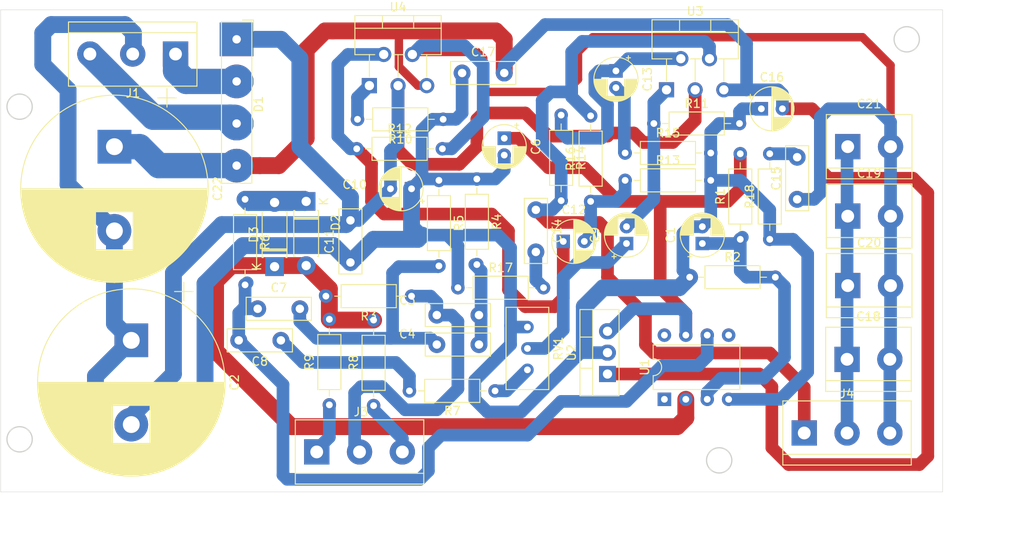
<source format=kicad_pcb>
(kicad_pcb (version 20171130) (host pcbnew "(5.1.10)-1")
  (layers (0 F.Cu signal) (31 B.Cu signal) (34 B.Paste user) (35 F.Paste user) (36 B.SilkS user) (37 F.SilkS user) (38 B.Mask user) (39 F.Mask user) (44 Edge.Cuts user))
  (net 0 "")
  (net 1 GND)
  (net 2 "Net-(C1-Pad1)")
  (net 3 "Net-(C3-Pad2)")
  (net 4 "Net-(C3-Pad1)")
  (net 5 "Net-(C4-Pad1)")
  (net 6 +12V)
  (net 7 "Net-(C7-Pad1)")
  (net 8 "Net-(C8-Pad1)")
  (net 9 "Net-(C9-Pad1)")
  (net 10 "Net-(C13-Pad2)")
  (net 11 "Net-(C13-Pad1)")
  (net 12 "Net-(C14-Pad2)")
  (net 13 "Net-(C14-Pad1)")
  (net 14 "Net-(C15-Pad2)")
  (net 15 "Net-(C15-Pad1)")
  (net 16 "Net-(D1-Pad2)")
  (net 17 "Net-(D1-Pad3)")
  (net 18 "Net-(D2-Pad2)")
  (net 19 "Net-(D2-Pad1)")
  (net 20 "Net-(R7-Pad1)")
  (net 21 "Net-(U1-Pad8)")
  (net 22 "Net-(U1-Pad5)")
  (net 23 "Net-(U1-Pad1)")
  (net 24 "Net-(C9-Pad2)")
  (net 25 "Net-(C12-Pad2)")
  (net 26 "Net-(C12-Pad1)")
  (net 27 "Net-(C18-Pad1)")
  (net 28 "Net-(J3-Pad3)")
  (net 29 "Net-(J3-Pad1)")
  (net 30 "Net-(R10-Pad2)")
  (net 31 VSS)
  (net 32 VDD)
  (module Capacitor_THT:CP_Radial_D22.0mm_P10.00mm_SnapIn (layer F.Cu) (at 88.5 78 270)
    (fp_text reference C22 (at 5 -12.25 90) (layer F.SilkS))
    (fp_text value 4000mF)
    (pad 2 thru_hole circle (at 10 0 270) (size 4 4) (drill 2) (layers *.Cu *.Mask) (net 1 GND))
    (pad 1 thru_hole rect (at 0 0 270) (size 4 4) (drill 2) (layers *.Cu *.Mask) (net 32 VDD))
  )
  (module Capacitor_THT:CP_Radial_D22.0mm_P10.00mm_SnapIn (layer F.Cu) (at 90.5 101 270)
    (fp_text reference C2 (at 5 -12.25 90) (layer F.SilkS))
    (fp_text value 4000mF)
    (pad 2 thru_hole circle (at 10 0 270) (size 4 4) (drill 2) (layers *.Cu *.Mask) (net 31 VSS))
    (pad 1 thru_hole rect (at 0 0 270) (size 4 4) (drill 2) (layers *.Cu *.Mask) (net 1 GND))
  )
  (module TerminalBlock:TerminalBlock_bornier-3_P5.08mm (layer F.Cu) (at 95.75 67 180)
    (fp_text reference J1 (at 5.05 -4.65) (layer F.SilkS))
    (fp_text value "AC INPUT")
    (pad 3 thru_hole circle (at 10.16 0 180) (size 3 3) (drill 1.52) (layers *.Cu *.Mask) (net 17 "Net-(D1-Pad3)"))
    (pad 2 thru_hole circle (at 5.08 0 180) (size 3 3) (drill 1.52) (layers *.Cu *.Mask) (net 1 GND))
    (pad 1 thru_hole rect (at 0 0 180) (size 3 3) (drill 1.52) (layers *.Cu *.Mask) (net 16 "Net-(D1-Pad2)"))
  )
  (module Package_TO_SOT_THT:TO-220-5_P3.4x3.7mm_StaggerOdd_Lead3.8mm_Vertical (layer F.Cu) (at 118.75 70.75)
    (fp_text reference U4 (at 3.4 -9.32) (layer F.SilkS))
    (fp_text value TDA2050)
    (pad 5 thru_hole oval (at 6.8 0) (size 1.8 1.8) (drill 1.1) (layers *.Cu *.Mask) (net 32 VDD))
    (pad 4 thru_hole oval (at 5.1 -3.7) (size 1.8 1.8) (drill 1.1) (layers *.Cu *.Mask) (net 15 "Net-(C15-Pad1)"))
    (pad 3 thru_hole oval (at 3.4 0) (size 1.8 1.8) (drill 1.1) (layers *.Cu *.Mask) (net 31 VSS))
    (pad 2 thru_hole oval (at 1.7 -3.7) (size 1.8 1.8) (drill 1.1) (layers *.Cu *.Mask) (net 26 "Net-(C12-Pad1)"))
    (pad 1 thru_hole rect (at 0 0) (size 1.8 1.8) (drill 1.1) (layers *.Cu *.Mask) (net 30 "Net-(R10-Pad2)"))
  )
  (module Package_TO_SOT_THT:TO-220-5_P3.4x3.7mm_StaggerOdd_Lead3.8mm_Vertical (layer F.Cu) (at 154 71.25)
    (fp_text reference U3 (at 3.4 -9.32) (layer F.SilkS))
    (fp_text value TDA2050)
    (pad 5 thru_hole oval (at 6.8 0) (size 1.8 1.8) (drill 1.1) (layers *.Cu *.Mask) (net 32 VDD))
    (pad 4 thru_hole oval (at 5.1 -3.7) (size 1.8 1.8) (drill 1.1) (layers *.Cu *.Mask) (net 13 "Net-(C14-Pad1)"))
    (pad 3 thru_hole oval (at 3.4 0) (size 1.8 1.8) (drill 1.1) (layers *.Cu *.Mask) (net 31 VSS))
    (pad 2 thru_hole oval (at 1.7 -3.7) (size 1.8 1.8) (drill 1.1) (layers *.Cu *.Mask) (net 11 "Net-(C13-Pad1)"))
    (pad 1 thru_hole rect (at 0 0) (size 1.8 1.8) (drill 1.1) (layers *.Cu *.Mask) (net 24 "Net-(C9-Pad2)"))
  )
  (module Package_TO_SOT_THT:TO-220-3_Vertical (layer F.Cu) (at 147 105 90)
    (fp_text reference U2 (at 2.54 -4.27 90) (layer F.SilkS))
    (fp_text value L7812)
    (pad 3 thru_hole oval (at 5.08 0 90) (size 1.905 2) (drill 1.1) (layers *.Cu *.Mask) (net 6 +12V))
    (pad 2 thru_hole oval (at 2.54 0 90) (size 1.905 2) (drill 1.1) (layers *.Cu *.Mask) (net 1 GND))
    (pad 1 thru_hole rect (at 0 0 90) (size 1.905 2) (drill 1.1) (layers *.Cu *.Mask) (net 32 VDD))
  )
  (module Package_DIP:DIP-8_W7.62mm (layer F.Cu) (at 153.75 108 90)
    (fp_text reference U1 (at 3.81 -2.33 90) (layer F.SilkS))
    (fp_text value OP07)
    (pad 8 thru_hole oval (at 7.62 0 90) (size 1.6 1.6) (drill 0.8) (layers *.Cu *.Mask) (net 21 "Net-(U1-Pad8)"))
    (pad 4 thru_hole oval (at 0 7.62 90) (size 1.6 1.6) (drill 0.8) (layers *.Cu *.Mask) (net 1 GND))
    (pad 7 thru_hole oval (at 7.62 2.54 90) (size 1.6 1.6) (drill 0.8) (layers *.Cu *.Mask) (net 6 +12V))
    (pad 3 thru_hole oval (at 0 5.08 90) (size 1.6 1.6) (drill 0.8) (layers *.Cu *.Mask) (net 2 "Net-(C1-Pad1)"))
    (pad 6 thru_hole oval (at 7.62 5.08 90) (size 1.6 1.6) (drill 0.8) (layers *.Cu *.Mask) (net 7 "Net-(C7-Pad1)"))
    (pad 2 thru_hole oval (at 0 2.54 90) (size 1.6 1.6) (drill 0.8) (layers *.Cu *.Mask) (net 18 "Net-(D2-Pad2)"))
    (pad 5 thru_hole oval (at 7.62 7.62 90) (size 1.6 1.6) (drill 0.8) (layers *.Cu *.Mask) (net 22 "Net-(U1-Pad5)"))
    (pad 1 thru_hole rect (at 0 0 90) (size 1.6 1.6) (drill 0.8) (layers *.Cu *.Mask) (net 23 "Net-(U1-Pad1)"))
  )
  (module Potentiometer_THT:Potentiometer_Bourns_3296W_Vertical (layer F.Cu) (at 137.5 104.5 270)
    (fp_text reference RV1 (at -2.54 -3.66 90) (layer F.SilkS))
    (fp_text value 470)
    (pad 3 thru_hole circle (at -5.08 0 270) (size 1.44 1.44) (drill 0.8) (layers *.Cu *.Mask) (net 1 GND))
    (pad 2 thru_hole circle (at -2.54 0 270) (size 1.44 1.44) (drill 0.8) (layers *.Cu *.Mask) (net 9 "Net-(C9-Pad1)"))
    (pad 1 thru_hole circle (at 0 0 270) (size 1.44 1.44) (drill 0.8) (layers *.Cu *.Mask) (net 20 "Net-(R7-Pad1)"))
  )
  (module Resistor_THT:R_Axial_DIN0207_L6.3mm_D2.5mm_P10.16mm_Horizontal (layer F.Cu) (at 166.25 89 90)
    (fp_text reference R18 (at 5.08 -2.37 90) (layer F.SilkS))
    (fp_text value 2.2)
    (pad 2 thru_hole oval (at 10.16 0 90) (size 1.6 1.6) (drill 0.8) (layers *.Cu *.Mask) (net 14 "Net-(C15-Pad2)"))
    (pad 1 thru_hole circle (at 0 0 90) (size 1.6 1.6) (drill 0.8) (layers *.Cu *.Mask) (net 1 GND))
  )
  (module Resistor_THT:R_Axial_DIN0207_L6.3mm_D2.5mm_P10.16mm_Horizontal (layer F.Cu) (at 129.25 94.75)
    (fp_text reference R17 (at 5.08 -2.37) (layer F.SilkS))
    (fp_text value 2.2)
    (pad 2 thru_hole oval (at 10.16 0) (size 1.6 1.6) (drill 0.8) (layers *.Cu *.Mask) (net 12 "Net-(C14-Pad2)"))
    (pad 1 thru_hole circle (at 0 0) (size 1.6 1.6) (drill 0.8) (layers *.Cu *.Mask) (net 1 GND))
  )
  (module Resistor_THT:R_Axial_DIN0207_L6.3mm_D2.5mm_P10.16mm_Horizontal (layer F.Cu) (at 145 84.5 90)
    (fp_text reference R16 (at 5.08 -2.37 90) (layer F.SilkS))
    (fp_text value 22K)
    (pad 2 thru_hole oval (at 10.16 0 90) (size 1.6 1.6) (drill 0.8) (layers *.Cu *.Mask) (net 13 "Net-(C14-Pad1)"))
    (pad 1 thru_hole circle (at 0 0 90) (size 1.6 1.6) (drill 0.8) (layers *.Cu *.Mask) (net 25 "Net-(C12-Pad2)"))
  )
  (module Resistor_THT:R_Axial_DIN0207_L6.3mm_D2.5mm_P10.16mm_Horizontal (layer F.Cu) (at 149.09 78.75)
    (fp_text reference R15 (at 5.08 -2.37) (layer F.SilkS))
    (fp_text value 680)
    (pad 2 thru_hole oval (at 10.16 0) (size 1.6 1.6) (drill 0.8) (layers *.Cu *.Mask) (net 1 GND))
    (pad 1 thru_hole circle (at 0 0) (size 1.6 1.6) (drill 0.8) (layers *.Cu *.Mask) (net 10 "Net-(C13-Pad2)"))
  )
  (module Resistor_THT:R_Axial_DIN0207_L6.3mm_D2.5mm_P10.16mm_Horizontal (layer F.Cu) (at 141.5 74.25 270)
    (fp_text reference R14 (at 5.08 -2.37 90) (layer F.SilkS))
    (fp_text value 22K)
    (pad 2 thru_hole oval (at 10.16 0 270) (size 1.6 1.6) (drill 0.8) (layers *.Cu *.Mask) (net 13 "Net-(C14-Pad1)"))
    (pad 1 thru_hole circle (at 0 0 270) (size 1.6 1.6) (drill 0.8) (layers *.Cu *.Mask) (net 11 "Net-(C13-Pad1)"))
  )
  (module Resistor_THT:R_Axial_DIN0207_L6.3mm_D2.5mm_P10.16mm_Horizontal (layer F.Cu) (at 149.09 82)
    (fp_text reference R13 (at 5.08 -2.37) (layer F.SilkS))
    (fp_text value 680)
    (pad 2 thru_hole oval (at 10.16 0) (size 1.6 1.6) (drill 0.8) (layers *.Cu *.Mask) (net 1 GND))
    (pad 1 thru_hole circle (at 0 0) (size 1.6 1.6) (drill 0.8) (layers *.Cu *.Mask) (net 25 "Net-(C12-Pad2)"))
  )
  (module Resistor_THT:R_Axial_DIN0207_L6.3mm_D2.5mm_P10.16mm_Horizontal (layer F.Cu) (at 117.25 78.25)
    (fp_text reference R12 (at 5.08 -2.37) (layer F.SilkS))
    (fp_text value 22K)
    (pad 2 thru_hole oval (at 10.16 0) (size 1.6 1.6) (drill 0.8) (layers *.Cu *.Mask) (net 15 "Net-(C15-Pad1)"))
    (pad 1 thru_hole circle (at 0 0) (size 1.6 1.6) (drill 0.8) (layers *.Cu *.Mask) (net 26 "Net-(C12-Pad1)"))
  )
  (module Resistor_THT:R_Axial_DIN0207_L6.3mm_D2.5mm_P10.16mm_Horizontal (layer F.Cu) (at 152.5 75.25)
    (fp_text reference R11 (at 5.08 -2.37) (layer F.SilkS))
    (fp_text value 22K)
    (pad 2 thru_hole oval (at 10.16 0) (size 1.6 1.6) (drill 0.8) (layers *.Cu *.Mask) (net 1 GND))
    (pad 1 thru_hole circle (at 0 0) (size 1.6 1.6) (drill 0.8) (layers *.Cu *.Mask) (net 24 "Net-(C9-Pad2)"))
  )
  (module Resistor_THT:R_Axial_DIN0207_L6.3mm_D2.5mm_P10.16mm_Horizontal (layer F.Cu) (at 127.5 74.75 180)
    (fp_text reference R10 (at 5.08 -2.37) (layer F.SilkS))
    (fp_text value 22K)
    (pad 2 thru_hole oval (at 10.16 0 180) (size 1.6 1.6) (drill 0.8) (layers *.Cu *.Mask) (net 30 "Net-(R10-Pad2)"))
    (pad 1 thru_hole circle (at 0 0 180) (size 1.6 1.6) (drill 0.8) (layers *.Cu *.Mask) (net 1 GND))
  )
  (module Resistor_THT:R_Axial_DIN0207_L6.3mm_D2.5mm_P10.16mm_Horizontal (layer F.Cu) (at 114 108.66 90)
    (fp_text reference R9 (at 5.08 -2.37 90) (layer F.SilkS))
    (fp_text value 15K)
    (pad 2 thru_hole oval (at 10.16 0 90) (size 1.6 1.6) (drill 0.8) (layers *.Cu *.Mask) (net 18 "Net-(D2-Pad2)"))
    (pad 1 thru_hole circle (at 0 0 90) (size 1.6 1.6) (drill 0.8) (layers *.Cu *.Mask) (net 29 "Net-(J3-Pad1)"))
  )
  (module Resistor_THT:R_Axial_DIN0207_L6.3mm_D2.5mm_P10.16mm_Horizontal (layer F.Cu) (at 119.25 108.75 90)
    (fp_text reference R8 (at 5.08 -2.37 90) (layer F.SilkS))
    (fp_text value 15K)
    (pad 2 thru_hole oval (at 10.16 0 90) (size 1.6 1.6) (drill 0.8) (layers *.Cu *.Mask) (net 18 "Net-(D2-Pad2)"))
    (pad 1 thru_hole circle (at 0 0 90) (size 1.6 1.6) (drill 0.8) (layers *.Cu *.Mask) (net 28 "Net-(J3-Pad3)"))
  )
  (module Resistor_THT:R_Axial_DIN0207_L6.3mm_D2.5mm_P10.16mm_Horizontal (layer F.Cu) (at 133.66 107 180)
    (fp_text reference R7 (at 5.08 -2.37) (layer F.SilkS))
    (fp_text value 15K)
    (pad 2 thru_hole oval (at 10.16 0 180) (size 1.6 1.6) (drill 0.8) (layers *.Cu *.Mask) (net 8 "Net-(C8-Pad1)"))
    (pad 1 thru_hole circle (at 0 0 180) (size 1.6 1.6) (drill 0.8) (layers *.Cu *.Mask) (net 20 "Net-(R7-Pad1)"))
  )
  (module Resistor_THT:R_Axial_DIN0207_L6.3mm_D2.5mm_P10.16mm_Horizontal (layer F.Cu) (at 104 84.25 270)
    (fp_text reference R6 (at 5.08 -2.37 90) (layer F.SilkS))
    (fp_text value 330K)
    (pad 2 thru_hole oval (at 10.16 0 270) (size 1.6 1.6) (drill 0.8) (layers *.Cu *.Mask) (net 7 "Net-(C7-Pad1)"))
    (pad 1 thru_hole circle (at 0 0 270) (size 1.6 1.6) (drill 0.8) (layers *.Cu *.Mask) (net 19 "Net-(D2-Pad1)"))
  )
  (module Resistor_THT:R_Axial_DIN0207_L6.3mm_D2.5mm_P10.16mm_Horizontal (layer F.Cu) (at 127 82 270)
    (fp_text reference R5 (at 5.08 -2.37 90) (layer F.SilkS))
    (fp_text value 15K)
    (pad 2 thru_hole oval (at 10.16 0 270) (size 1.6 1.6) (drill 0.8) (layers *.Cu *.Mask) (net 5 "Net-(C4-Pad1)"))
    (pad 1 thru_hole circle (at 0 0 270) (size 1.6 1.6) (drill 0.8) (layers *.Cu *.Mask) (net 1 GND))
  )
  (module Resistor_THT:R_Axial_DIN0207_L6.3mm_D2.5mm_P10.16mm_Horizontal (layer F.Cu) (at 131.5 81.84 270)
    (fp_text reference R4 (at 5.08 -2.37 90) (layer F.SilkS))
    (fp_text value 15K)
    (pad 2 thru_hole oval (at 10.16 0 270) (size 1.6 1.6) (drill 0.8) (layers *.Cu *.Mask) (net 4 "Net-(C3-Pad1)"))
    (pad 1 thru_hole circle (at 0 0 270) (size 1.6 1.6) (drill 0.8) (layers *.Cu *.Mask) (net 1 GND))
  )
  (module Resistor_THT:R_Axial_DIN0207_L6.3mm_D2.5mm_P10.16mm_Horizontal (layer F.Cu) (at 123.75 95.75 180)
    (fp_text reference R3 (at 5.08 -2.37) (layer F.SilkS))
    (fp_text value 15K)
    (pad 2 thru_hole oval (at 10.16 0 180) (size 1.6 1.6) (drill 0.8) (layers *.Cu *.Mask) (net 18 "Net-(D2-Pad2)"))
    (pad 1 thru_hole circle (at 0 0 180) (size 1.6 1.6) (drill 0.8) (layers *.Cu *.Mask) (net 3 "Net-(C3-Pad2)"))
  )
  (module Resistor_THT:R_Axial_DIN0207_L6.3mm_D2.5mm_P10.16mm_Horizontal (layer F.Cu) (at 156.75 93.5)
    (fp_text reference R2 (at 5.08 -2.37) (layer F.SilkS))
    (fp_text value 15K)
    (pad 2 thru_hole oval (at 10.16 0) (size 1.6 1.6) (drill 0.8) (layers *.Cu *.Mask) (net 2 "Net-(C1-Pad1)"))
    (pad 1 thru_hole circle (at 0 0) (size 1.6 1.6) (drill 0.8) (layers *.Cu *.Mask) (net 1 GND))
  )
  (module Resistor_THT:R_Axial_DIN0207_L6.3mm_D2.5mm_P10.16mm_Horizontal (layer F.Cu) (at 162.75 89 90)
    (fp_text reference R1 (at 5.08 -2.37 90) (layer F.SilkS))
    (fp_text value 15K)
    (pad 2 thru_hole oval (at 10.16 0 90) (size 1.6 1.6) (drill 0.8) (layers *.Cu *.Mask) (net 6 +12V))
    (pad 1 thru_hole circle (at 0 0 90) (size 1.6 1.6) (drill 0.8) (layers *.Cu *.Mask) (net 2 "Net-(C1-Pad1)"))
  )
  (module TerminalBlock:TerminalBlock_bornier-3_P5.08mm (layer F.Cu) (at 170.34 112)
    (fp_text reference J4 (at 5.05 -4.65) (layer F.SilkS))
    (fp_text value OUTPUT)
    (pad 3 thru_hole circle (at 10.16 0) (size 3 3) (drill 1.52) (layers *.Cu *.Mask) (net 15 "Net-(C15-Pad1)"))
    (pad 2 thru_hole circle (at 5.08 0) (size 3 3) (drill 1.52) (layers *.Cu *.Mask) (net 27 "Net-(C18-Pad1)"))
    (pad 1 thru_hole rect (at 0 0) (size 3 3) (drill 1.52) (layers *.Cu *.Mask) (net 13 "Net-(C14-Pad1)"))
  )
  (module TerminalBlock:TerminalBlock_bornier-3_P5.08mm (layer F.Cu) (at 112.5 114.25)
    (fp_text reference J3 (at 5.25 -4.75) (layer F.SilkS))
    (fp_text value "FREQ SWITCH")
    (pad 3 thru_hole circle (at 10.16 0) (size 3 3) (drill 1.52) (layers *.Cu *.Mask) (net 28 "Net-(J3-Pad3)"))
    (pad 2 thru_hole circle (at 5.08 0) (size 3 3) (drill 1.52) (layers *.Cu *.Mask) (net 3 "Net-(C3-Pad2)"))
    (pad 1 thru_hole rect (at 0 0) (size 3 3) (drill 1.52) (layers *.Cu *.Mask) (net 29 "Net-(J3-Pad1)"))
  )
  (module Diode_THT:D_DO-41_SOD81_P7.62mm_Horizontal (layer F.Cu) (at 107.5 92.25 90)
    (fp_text reference D3 (at 3.81 -2.47 90) (layer F.SilkS))
    (fp_text value 1N4007)
    (fp_text user K (at 0 -2.1 90) (layer F.SilkS))
    (pad 2 thru_hole oval (at 7.62 0 90) (size 2.2 2.2) (drill 1.1) (layers *.Cu *.Mask) (net 19 "Net-(D2-Pad1)"))
    (pad 1 thru_hole rect (at 0 0 90) (size 2.2 2.2) (drill 1.1) (layers *.Cu *.Mask) (net 18 "Net-(D2-Pad2)"))
  )
  (module Diode_THT:D_DO-41_SOD81_P7.62mm_Horizontal (layer F.Cu) (at 111.25 84.5 270)
    (fp_text reference D2 (at 2.5 -3.5 90) (layer F.SilkS))
    (fp_text value 1N4007)
    (fp_text user K (at 0 -2.1 90) (layer F.SilkS))
    (pad 2 thru_hole oval (at 7.62 0 270) (size 2.2 2.2) (drill 1.1) (layers *.Cu *.Mask) (net 18 "Net-(D2-Pad2)"))
    (pad 1 thru_hole rect (at 0 0 270) (size 2.2 2.2) (drill 1.1) (layers *.Cu *.Mask) (net 19 "Net-(D2-Pad1)"))
  )
  (module Diode_THT:Diode_Bridge_19.0x3.5x10.0mm_P5.0mm (layer F.Cu) (at 103 65.25 270)
    (fp_text reference D1 (at 7.7 -2.6 270) (layer F.SilkS))
    (fp_text value D_Bridge_-AA+)
    (pad 1 thru_hole rect (at 0 0 270) (size 4 4) (drill 1) (layers *.Cu *.Mask) (net 31 VSS))
    (pad 2 thru_hole circle (at 5 0 270) (size 4 4) (drill 1) (layers *.Cu *.Mask) (net 16 "Net-(D1-Pad2)"))
    (pad 3 thru_hole circle (at 10 0 270) (size 4 4) (drill 1) (layers *.Cu *.Mask) (net 17 "Net-(D1-Pad3)"))
    (pad 4 thru_hole circle (at 15 0 270) (size 4 4) (drill 1) (layers *.Cu *.Mask) (net 32 VDD))
  )
  (module TerminalBlock:TerminalBlock_bornier-2_P5.08mm (layer F.Cu) (at 175.5 78)
    (fp_text reference C21 (at 2.54 -5.08) (layer F.SilkS))
    (fp_text value 4)
    (pad 2 thru_hole circle (at 5.08 0) (size 3 3) (drill 1.52) (layers *.Cu *.Mask) (net 15 "Net-(C15-Pad1)"))
    (pad 1 thru_hole rect (at 0 0) (size 3 3) (drill 1.52) (layers *.Cu *.Mask) (net 27 "Net-(C18-Pad1)"))
  )
  (module TerminalBlock:TerminalBlock_bornier-2_P5.08mm (layer F.Cu) (at 175.5 94.5)
    (fp_text reference C20 (at 2.54 -5.08) (layer F.SilkS))
    (fp_text value 3)
    (pad 2 thru_hole circle (at 5.08 0) (size 3 3) (drill 1.52) (layers *.Cu *.Mask) (net 15 "Net-(C15-Pad1)"))
    (pad 1 thru_hole rect (at 0 0) (size 3 3) (drill 1.52) (layers *.Cu *.Mask) (net 27 "Net-(C18-Pad1)"))
  )
  (module TerminalBlock:TerminalBlock_bornier-2_P5.08mm (layer F.Cu) (at 175.5 86.25)
    (fp_text reference C19 (at 2.54 -5.08) (layer F.SilkS))
    (fp_text value 2)
    (pad 2 thru_hole circle (at 5.08 0) (size 3 3) (drill 1.52) (layers *.Cu *.Mask) (net 15 "Net-(C15-Pad1)"))
    (pad 1 thru_hole rect (at 0 0) (size 3 3) (drill 1.52) (layers *.Cu *.Mask) (net 27 "Net-(C18-Pad1)"))
  )
  (module TerminalBlock:TerminalBlock_bornier-2_P5.08mm (layer F.Cu) (at 175.42 103.25)
    (fp_text reference C18 (at 2.54 -5.08) (layer F.SilkS))
    (fp_text value 1)
    (pad 2 thru_hole circle (at 5.08 0) (size 3 3) (drill 1.52) (layers *.Cu *.Mask) (net 15 "Net-(C15-Pad1)"))
    (pad 1 thru_hole rect (at 0 0) (size 3 3) (drill 1.52) (layers *.Cu *.Mask) (net 27 "Net-(C18-Pad1)"))
  )
  (module Capacitor_THT:C_Disc_D7.5mm_W2.5mm_P5.00mm (layer F.Cu) (at 129.75 69.25)
    (fp_text reference C17 (at 2.5 -2.5) (layer F.SilkS))
    (fp_text value "0.1 mF")
    (pad 2 thru_hole circle (at 5 0) (size 2 2) (drill 1) (layers *.Cu *.Mask) (net 32 VDD))
    (pad 1 thru_hole circle (at 0 0) (size 2 2) (drill 1) (layers *.Cu *.Mask) (net 1 GND))
  )
  (module Capacitor_THT:CP_Radial_D5.0mm_P2.50mm (layer F.Cu) (at 165.25 73.5)
    (fp_text reference C16 (at 1.25 -3.75) (layer F.SilkS))
    (fp_text value "100 mF")
    (pad 2 thru_hole circle (at 2.5 0) (size 1.6 1.6) (drill 0.8) (layers *.Cu *.Mask) (net 32 VDD))
    (pad 1 thru_hole rect (at 0 0) (size 1.6 1.6) (drill 0.8) (layers *.Cu *.Mask) (net 1 GND))
  )
  (module Capacitor_THT:C_Disc_D7.5mm_W2.5mm_P5.00mm (layer F.Cu) (at 169.5 84.25 90)
    (fp_text reference C15 (at 2.5 -2.5 90) (layer F.SilkS))
    (fp_text value "0.47 mF")
    (pad 2 thru_hole circle (at 5 0 90) (size 2 2) (drill 1) (layers *.Cu *.Mask) (net 14 "Net-(C15-Pad2)"))
    (pad 1 thru_hole circle (at 0 0 90) (size 2 2) (drill 1) (layers *.Cu *.Mask) (net 15 "Net-(C15-Pad1)"))
  )
  (module Capacitor_THT:C_Disc_D7.5mm_W2.5mm_P5.00mm (layer F.Cu) (at 138.5 85.5 270)
    (fp_text reference C14 (at 2.5 -2.5 90) (layer F.SilkS))
    (fp_text value "0.47 mF")
    (pad 2 thru_hole circle (at 5 0 270) (size 2 2) (drill 1) (layers *.Cu *.Mask) (net 12 "Net-(C14-Pad2)"))
    (pad 1 thru_hole circle (at 0 0 270) (size 2 2) (drill 1) (layers *.Cu *.Mask) (net 13 "Net-(C14-Pad1)"))
  )
  (module Capacitor_THT:CP_Radial_D5.0mm_P2.00mm (layer F.Cu) (at 148 69 270)
    (fp_text reference C13 (at 1 -3.75 90) (layer F.SilkS))
    (fp_text value "22 mF")
    (pad 2 thru_hole circle (at 2 0 270) (size 1.6 1.6) (drill 0.8) (layers *.Cu *.Mask) (net 10 "Net-(C13-Pad2)"))
    (pad 1 thru_hole rect (at 0 0 270) (size 1.6 1.6) (drill 0.8) (layers *.Cu *.Mask) (net 11 "Net-(C13-Pad1)"))
  )
  (module Capacitor_THT:CP_Radial_D5.0mm_P2.50mm (layer F.Cu) (at 141.75 89.25)
    (fp_text reference C12 (at 1.25 -3.75) (layer F.SilkS))
    (fp_text value "22 mF")
    (pad 2 thru_hole circle (at 2.5 0) (size 1.6 1.6) (drill 0.8) (layers *.Cu *.Mask) (net 25 "Net-(C12-Pad2)"))
    (pad 1 thru_hole rect (at 0 0) (size 1.6 1.6) (drill 0.8) (layers *.Cu *.Mask) (net 26 "Net-(C12-Pad1)"))
  )
  (module Capacitor_THT:C_Disc_D7.5mm_W2.5mm_P5.00mm (layer F.Cu) (at 116.5 91.75 90)
    (fp_text reference C11 (at 2.5 -2.5 90) (layer F.SilkS))
    (fp_text value "0.1 mF")
    (pad 2 thru_hole circle (at 5 0 90) (size 2 2) (drill 1) (layers *.Cu *.Mask) (net 31 VSS))
    (pad 1 thru_hole circle (at 0 0 90) (size 2 2) (drill 1) (layers *.Cu *.Mask) (net 1 GND))
  )
  (module Capacitor_THT:CP_Radial_D5.0mm_P2.50mm (layer F.Cu) (at 123.75 83 180)
    (fp_text reference C10 (at 6.75 0.5) (layer F.SilkS))
    (fp_text value "100 mF")
    (pad 2 thru_hole circle (at 2.5 0 180) (size 1.6 1.6) (drill 0.8) (layers *.Cu *.Mask) (net 31 VSS))
    (pad 1 thru_hole rect (at 0 0 180) (size 1.6 1.6) (drill 0.8) (layers *.Cu *.Mask) (net 1 GND))
  )
  (module Capacitor_THT:CP_Radial_D5.0mm_P2.00mm (layer F.Cu) (at 149.25 89.5 90)
    (fp_text reference C9 (at 1 -3.75 90) (layer F.SilkS))
    (fp_text value "2.2 mF")
    (pad 2 thru_hole circle (at 2 0 90) (size 1.6 1.6) (drill 0.8) (layers *.Cu *.Mask) (net 24 "Net-(C9-Pad2)"))
    (pad 1 thru_hole rect (at 0 0 90) (size 1.6 1.6) (drill 0.8) (layers *.Cu *.Mask) (net 9 "Net-(C9-Pad1)"))
  )
  (module Capacitor_THT:C_Disc_D7.5mm_W2.5mm_P5.00mm (layer F.Cu) (at 108.25 101 180)
    (fp_text reference C8 (at 2.5 -2.5) (layer F.SilkS))
    (fp_text value "220 nF")
    (pad 2 thru_hole circle (at 5 0 180) (size 2 2) (drill 1) (layers *.Cu *.Mask) (net 7 "Net-(C7-Pad1)"))
    (pad 1 thru_hole circle (at 0 0 180) (size 2 2) (drill 1) (layers *.Cu *.Mask) (net 8 "Net-(C8-Pad1)"))
  )
  (module Capacitor_THT:C_Disc_D7.5mm_W2.5mm_P5.00mm (layer F.Cu) (at 105.5 97.25)
    (fp_text reference C7 (at 2.5 -2.5) (layer F.SilkS))
    (fp_text value "0.1 mF")
    (pad 2 thru_hole circle (at 5 0) (size 2 2) (drill 1) (layers *.Cu *.Mask) (net 5 "Net-(C4-Pad1)"))
    (pad 1 thru_hole circle (at 0 0) (size 2 2) (drill 1) (layers *.Cu *.Mask) (net 7 "Net-(C7-Pad1)"))
  )
  (module Capacitor_THT:CP_Radial_D5.0mm_P2.00mm (layer F.Cu) (at 134.75 77 270)
    (fp_text reference C6 (at 1 -3.75 90) (layer F.SilkS))
    (fp_text value 10mF)
    (pad 2 thru_hole circle (at 2 0 270) (size 1.6 1.6) (drill 0.8) (layers *.Cu *.Mask) (net 1 GND))
    (pad 1 thru_hole rect (at 0 0 270) (size 1.6 1.6) (drill 0.8) (layers *.Cu *.Mask) (net 6 +12V))
  )
  (module Capacitor_THT:C_Disc_D7.5mm_W2.5mm_P5.00mm (layer F.Cu) (at 126.75 101.5)
    (fp_text reference C4 (at -3.5 -1.25) (layer F.SilkS))
    (fp_text value "0.1 mF")
    (pad 2 thru_hole circle (at 5 0) (size 2 2) (drill 1) (layers *.Cu *.Mask) (net 4 "Net-(C3-Pad1)"))
    (pad 1 thru_hole circle (at 0 0) (size 2 2) (drill 1) (layers *.Cu *.Mask) (net 5 "Net-(C4-Pad1)"))
  )
  (module Capacitor_THT:C_Disc_D7.5mm_W2.5mm_P5.00mm (layer F.Cu) (at 131.75 98 180)
    (fp_text reference C3 (at 8.5 1.75) (layer F.SilkS))
    (fp_text value "0.1 mF")
    (pad 2 thru_hole circle (at 5 0 180) (size 2 2) (drill 1) (layers *.Cu *.Mask) (net 3 "Net-(C3-Pad2)"))
    (pad 1 thru_hole circle (at 0 0 180) (size 2 2) (drill 1) (layers *.Cu *.Mask) (net 4 "Net-(C3-Pad1)"))
  )
  (module Capacitor_THT:CP_Radial_D5.0mm_P2.00mm (layer F.Cu) (at 158.25 89.5 90)
    (fp_text reference C1 (at 1 -3.75 90) (layer F.SilkS))
    (fp_text value 10mF)
    (pad 2 thru_hole circle (at 2 0 90) (size 1.6 1.6) (drill 0.8) (layers *.Cu *.Mask) (net 1 GND))
    (pad 1 thru_hole rect (at 0 0 90) (size 1.6 1.6) (drill 0.8) (layers *.Cu *.Mask) (net 2 "Net-(C1-Pad1)"))
  )
  (gr_line (start 75 119) (end 186.75 119) (layer Edge.Cuts) (width 0.05))
  (gr_line (start 75 61.75) (end 75 119) (layer Edge.Cuts) (width 0.05))
  (gr_line (start 186.75 61.75) (end 75 61.75) (layer Edge.Cuts) (width 0.05))
  (gr_line (start 186.75 119) (end 186.75 61.75) (layer Edge.Cuts) (width 0.05))
  (gr_circle (center 182.5 65.25) (end 181 65.25) (layer Edge.Cuts) (width 0.15))
  (gr_circle (center 160.25 115.25) (end 158.75 115.25) (layer Edge.Cuts) (width 0.15))
  (gr_circle (center 77.25 112.75) (end 75.75 112.75) (layer Edge.Cuts) (width 0.15))
  (gr_circle (center 77.25 73.25) (end 75.75 73.25) (layer Edge.Cuts) (width 0.15))
  (segment (start 159.25 78.75) (end 159.25 82) (width 1.5) (layer B.Cu) (net 1))
  (segment (start 159.25 78.75) (end 159.25 76.25) (width 1.5) (layer B.Cu) (net 1))
  (segment (start 160.25 75.25) (end 162.66 75.25) (width 1.5) (layer B.Cu) (net 1))
  (segment (start 159.25 76.25) (end 160.25 75.25) (width 1.5) (layer B.Cu) (net 1))
  (segment (start 125 81.75) (end 123.75 83) (width 1.5) (layer B.Cu) (net 1))
  (segment (start 125 76) (end 125 81.75) (width 1.5) (layer B.Cu) (net 1))
  (segment (start 126.25 74.75) (end 125 76) (width 1.5) (layer B.Cu) (net 1))
  (segment (start 127.5 74.75) (end 126.25 74.75) (width 1.5) (layer B.Cu) (net 1))
  (segment (start 159.25 82) (end 162.75 82) (width 1.5) (layer B.Cu) (net 1))
  (segment (start 166.25 85.5) (end 166.25 89) (width 1.5) (layer B.Cu) (net 1))
  (segment (start 162.75 82) (end 166.25 85.5) (width 1.5) (layer B.Cu) (net 1))
  (segment (start 162.66 75.25) (end 162.66 73.84) (width 1.5) (layer B.Cu) (net 1))
  (segment (start 163 73.5) (end 165.25 73.5) (width 1.5) (layer B.Cu) (net 1))
  (segment (start 162.66 73.84) (end 163 73.5) (width 1.5) (layer B.Cu) (net 1))
  (segment (start 159.25 86.5) (end 158.25 87.5) (width 1.5) (layer B.Cu) (net 1))
  (segment (start 159.25 82) (end 159.25 86.5) (width 1.5) (layer B.Cu) (net 1))
  (segment (start 158.25 87.5) (end 156.75 87.5) (width 1.5) (layer B.Cu) (net 1))
  (segment (start 155.950001 92.700001) (end 156.75 93.5) (width 1.5) (layer B.Cu) (net 1))
  (segment (start 155.950001 88.299999) (end 155.950001 92.700001) (width 1.5) (layer B.Cu) (net 1))
  (segment (start 156.75 87.5) (end 155.950001 88.299999) (width 1.5) (layer B.Cu) (net 1))
  (segment (start 129.25 89.75) (end 129.25 94.75) (width 1.5) (layer B.Cu) (net 1))
  (segment (start 128 88.5) (end 129.25 89.75) (width 1.5) (layer B.Cu) (net 1))
  (segment (start 125.09 81.84) (end 125 81.75) (width 1.5) (layer B.Cu) (net 1))
  (segment (start 131.25 81.84) (end 125.09 81.84) (width 1.5) (layer B.Cu) (net 1))
  (segment (start 131.5 81.84) (end 133.66 81.84) (width 1.5) (layer B.Cu) (net 1))
  (segment (start 134.75 80.75) (end 134.75 79) (width 1.5) (layer B.Cu) (net 1))
  (segment (start 133.66 81.84) (end 134.75 80.75) (width 1.5) (layer B.Cu) (net 1))
  (segment (start 135.67 99.42) (end 137.5 99.42) (width 1.5) (layer B.Cu) (net 1))
  (segment (start 135.5 99.25) (end 135.67 99.42) (width 1.5) (layer B.Cu) (net 1))
  (segment (start 169 89) (end 166.25 89) (width 1.5) (layer B.Cu) (net 1))
  (segment (start 170.75 104.75) (end 170.75 90.75) (width 1.5) (layer B.Cu) (net 1))
  (segment (start 167.5 108) (end 170.75 104.75) (width 1.5) (layer B.Cu) (net 1))
  (segment (start 170.75 90.75) (end 169 89) (width 1.5) (layer B.Cu) (net 1))
  (segment (start 161.37 108) (end 167.5 108) (width 1.5) (layer B.Cu) (net 1))
  (segment (start 125 88.5) (end 128 88.5) (width 1.5) (layer B.Cu) (net 1))
  (segment (start 123.75 87.25) (end 125 88.5) (width 1.5) (layer B.Cu) (net 1))
  (segment (start 123.75 83) (end 123.75 87.25) (width 1.5) (layer B.Cu) (net 1))
  (segment (start 116.5 91.75) (end 119.25 89) (width 2) (layer B.Cu) (net 1))
  (segment (start 124.5 89) (end 125 88.5) (width 2) (layer B.Cu) (net 1))
  (segment (start 119.25 89) (end 124.5 89) (width 2) (layer B.Cu) (net 1))
  (segment (start 123.75 88.25) (end 124.5 89) (width 2) (layer B.Cu) (net 1))
  (segment (start 123.75 83) (end 123.75 88.25) (width 2) (layer B.Cu) (net 1))
  (segment (start 134 88.5) (end 128 88.5) (width 1.5) (layer B.Cu) (net 1))
  (segment (start 135.5 90) (end 134 88.5) (width 1.5) (layer B.Cu) (net 1))
  (segment (start 135.5 101.5) (end 135.5 90) (width 1.5) (layer B.Cu) (net 1))
  (segment (start 131.25 105.75) (end 135.5 101.5) (width 1.5) (layer B.Cu) (net 1))
  (segment (start 136.75 109.5) (end 132.75 109.5) (width 1.5) (layer B.Cu) (net 1))
  (segment (start 131.25 108) (end 131.25 105.75) (width 1.5) (layer B.Cu) (net 1))
  (segment (start 143.79 102.46) (end 136.75 109.5) (width 1.5) (layer B.Cu) (net 1))
  (segment (start 132.75 109.5) (end 131.25 108) (width 1.5) (layer B.Cu) (net 1))
  (segment (start 147 102.46) (end 143.79 102.46) (width 1.5) (layer B.Cu) (net 1))
  (segment (start 90.75 66.92) (end 90.67 67) (width 2) (layer B.Cu) (net 1))
  (segment (start 90.75 64.5) (end 90.75 66.92) (width 2) (layer B.Cu) (net 1))
  (segment (start 89.75 63.5) (end 90.75 64.5) (width 2) (layer B.Cu) (net 1))
  (segment (start 80 64.5) (end 81 63.5) (width 2) (layer B.Cu) (net 1))
  (segment (start 81 63.5) (end 89.75 63.5) (width 2) (layer B.Cu) (net 1))
  (segment (start 83 71.25) (end 80 68.25) (width 2) (layer B.Cu) (net 1))
  (segment (start 83 82.5) (end 83 71.25) (width 2) (layer B.Cu) (net 1))
  (segment (start 80 68.25) (end 80 64.5) (width 2) (layer B.Cu) (net 1))
  (segment (start 88.5 88) (end 83 82.5) (width 2) (layer B.Cu) (net 1))
  (segment (start 88.5 99) (end 88.5 88) (width 2) (layer B.Cu) (net 1))
  (segment (start 90.5 101) (end 88.5 99) (width 2) (layer B.Cu) (net 1))
  (segment (start 155.5 94.75) (end 156.75 93.5) (width 2) (layer B.Cu) (net 1))
  (segment (start 146.5 94.75) (end 155.5 94.75) (width 2) (layer B.Cu) (net 1))
  (segment (start 144.25 97) (end 146.5 94.75) (width 2) (layer B.Cu) (net 1))
  (segment (start 144.25 101.75) (end 144.25 97) (width 2) (layer B.Cu) (net 1))
  (segment (start 86.25 105.25) (end 90.5 101) (width 2) (layer B.Cu) (net 1))
  (segment (start 86.25 114.25) (end 86.25 105.25) (width 2) (layer B.Cu) (net 1))
  (segment (start 92.75 115.25) (end 87.25 115.25) (width 2) (layer B.Cu) (net 1))
  (segment (start 99.25 108.75) (end 92.75 115.25) (width 2) (layer B.Cu) (net 1))
  (segment (start 87.25 115.25) (end 86.25 114.25) (width 2) (layer B.Cu) (net 1))
  (segment (start 99.25 94.25) (end 99.25 108.75) (width 2) (layer B.Cu) (net 1))
  (segment (start 103.75 89.75) (end 99.25 94.25) (width 2) (layer B.Cu) (net 1))
  (segment (start 114.5 89.75) (end 103.75 89.75) (width 2) (layer B.Cu) (net 1))
  (segment (start 116.5 91.75) (end 114.5 89.75) (width 2) (layer B.Cu) (net 1))
  (segment (start 129.75 74) (end 129.75 69.25) (width 1.5) (layer B.Cu) (net 1))
  (segment (start 129 74.75) (end 129.75 74) (width 1.5) (layer B.Cu) (net 1))
  (segment (start 127.5 74.75) (end 129 74.75) (width 1.5) (layer B.Cu) (net 1))
  (segment (start 162.75 89) (end 163 88.75) (width 1.5) (layer B.Cu) (net 2))
  (segment (start 162.25 89.5) (end 162.75 89) (width 1.5) (layer B.Cu) (net 2))
  (segment (start 158.25 89.5) (end 162.25 89.5) (width 1.5) (layer B.Cu) (net 2))
  (segment (start 162.75 89) (end 162.75 92.75) (width 1.5) (layer B.Cu) (net 2))
  (segment (start 163.5 93.5) (end 166.91 93.5) (width 1.5) (layer B.Cu) (net 2))
  (segment (start 162.75 92.75) (end 163.5 93.5) (width 1.5) (layer B.Cu) (net 2))
  (segment (start 168 94.59) (end 166.91 93.5) (width 1.5) (layer B.Cu) (net 2))
  (segment (start 168 103) (end 168 94.59) (width 1.5) (layer B.Cu) (net 2))
  (segment (start 165.5 105.5) (end 168 103) (width 1.5) (layer B.Cu) (net 2))
  (segment (start 160.5 105.5) (end 165.5 105.5) (width 1.5) (layer B.Cu) (net 2))
  (segment (start 158.83 107.17) (end 160.5 105.5) (width 1.5) (layer B.Cu) (net 2))
  (segment (start 158.83 108) (end 158.83 107.17) (width 1.5) (layer B.Cu) (net 2))
  (segment (start 126.75 96.5) (end 126.75 98) (width 1.5) (layer B.Cu) (net 3))
  (segment (start 126 95.75) (end 126.75 96.5) (width 1.5) (layer B.Cu) (net 3))
  (segment (start 123.75 95.75) (end 126 95.75) (width 1.5) (layer B.Cu) (net 3))
  (segment (start 117 113.67) (end 117.58 114.25) (width 1.5) (layer B.Cu) (net 3))
  (segment (start 117 107.25) (end 117 113.67) (width 1.5) (layer B.Cu) (net 3))
  (segment (start 123 109.25) (end 120.25 106.5) (width 1.5) (layer B.Cu) (net 3))
  (segment (start 129.25 106.75) (end 126.75 109.25) (width 1.5) (layer B.Cu) (net 3))
  (segment (start 126.75 109.25) (end 123 109.25) (width 1.5) (layer B.Cu) (net 3))
  (segment (start 129.25 98.75) (end 129.25 106.75) (width 1.5) (layer B.Cu) (net 3))
  (segment (start 117.75 106.5) (end 117 107.25) (width 1.5) (layer B.Cu) (net 3))
  (segment (start 128.5 98) (end 129.25 98.75) (width 1.5) (layer B.Cu) (net 3))
  (segment (start 120.25 106.5) (end 117.75 106.5) (width 1.5) (layer B.Cu) (net 3))
  (segment (start 126.75 98) (end 128.5 98) (width 1.5) (layer B.Cu) (net 3))
  (segment (start 132 92.75) (end 131.25 92) (width 1.5) (layer B.Cu) (net 4))
  (segment (start 132 101.25) (end 132 92.75) (width 1.5) (layer B.Cu) (net 4))
  (segment (start 131.75 101.5) (end 132 101.25) (width 1.5) (layer B.Cu) (net 4))
  (segment (start 112.5 100.75) (end 121.25 100.75) (width 1.5) (layer B.Cu) (net 5))
  (segment (start 110.5 98.75) (end 112.5 100.75) (width 1.5) (layer B.Cu) (net 5))
  (segment (start 110.5 97.25) (end 110.5 98.75) (width 1.5) (layer B.Cu) (net 5))
  (segment (start 126 100.75) (end 126.75 101.5) (width 1.5) (layer B.Cu) (net 5))
  (segment (start 121.25 100.75) (end 126 100.75) (width 1.5) (layer B.Cu) (net 5))
  (segment (start 121.5 100.5) (end 121.25 100.75) (width 1.5) (layer B.Cu) (net 5))
  (segment (start 121.5 93) (end 121.5 100.5) (width 1.5) (layer B.Cu) (net 5))
  (segment (start 122.25 92.25) (end 121.5 93) (width 1.5) (layer B.Cu) (net 5))
  (segment (start 126.91 92.25) (end 122.25 92.25) (width 1.5) (layer B.Cu) (net 5))
  (segment (start 127 92.16) (end 126.91 92.25) (width 1.5) (layer B.Cu) (net 5))
  (segment (start 147 99.92) (end 147.33 99.92) (width 1.5) (layer B.Cu) (net 6))
  (segment (start 147.33 99.92) (end 150 97.25) (width 1.5) (layer B.Cu) (net 6))
  (segment (start 150 97.25) (end 155.75 97.25) (width 1.5) (layer B.Cu) (net 6))
  (segment (start 156.29 97.79) (end 156.29 100.38) (width 1.5) (layer B.Cu) (net 6))
  (segment (start 155.75 97.25) (end 156.29 97.79) (width 1.5) (layer B.Cu) (net 6))
  (segment (start 134.75 77) (end 136.5 77) (width 1.5) (layer F.Cu) (net 6))
  (segment (start 136.5 77) (end 140 80.5) (width 1.5) (layer F.Cu) (net 6))
  (segment (start 140 80.5) (end 144.25 80.5) (width 1.5) (layer F.Cu) (net 6))
  (segment (start 144.25 80.5) (end 148.25 84.5) (width 1.5) (layer F.Cu) (net 6))
  (segment (start 162.75 83) (end 162.75 78.84) (width 1.5) (layer F.Cu) (net 6))
  (segment (start 161.25 84.5) (end 162.75 83) (width 1.5) (layer F.Cu) (net 6))
  (segment (start 153.25 84.5) (end 161.25 84.5) (width 1.5) (layer F.Cu) (net 6))
  (segment (start 148.25 84.5) (end 153.25 84.5) (width 1.5) (layer F.Cu) (net 6))
  (segment (start 153.25 94.75) (end 153.25 84.5) (width 1.5) (layer F.Cu) (net 6))
  (segment (start 156.29 97.79) (end 153.25 94.75) (width 1.5) (layer F.Cu) (net 6))
  (segment (start 156.29 100.38) (end 156.29 97.79) (width 1.5) (layer F.Cu) (net 6))
  (segment (start 103.25 101) (end 103.25 97.75) (width 1.5) (layer B.Cu) (net 7))
  (segment (start 103.75 97.25) (end 105.5 97.25) (width 1.5) (layer B.Cu) (net 7))
  (segment (start 103.25 97.75) (end 103.75 97.25) (width 1.5) (layer B.Cu) (net 7))
  (segment (start 104.25 94.16) (end 104 94.41) (width 1.5) (layer B.Cu) (net 7))
  (segment (start 104 97) (end 104.25 97.25) (width 1.5) (layer B.Cu) (net 7))
  (segment (start 104 94.41) (end 104 97) (width 1.5) (layer B.Cu) (net 7))
  (segment (start 108.5 106.25) (end 103.25 101) (width 1.5) (layer B.Cu) (net 7))
  (segment (start 158.83 102.92) (end 157.75 104) (width 1.5) (layer B.Cu) (net 7))
  (segment (start 127.25 112.25) (end 125.75 113.75) (width 1.5) (layer B.Cu) (net 7))
  (segment (start 157.75 104) (end 153.5 104) (width 1.5) (layer B.Cu) (net 7))
  (segment (start 124.75 117.5) (end 109 117.5) (width 1.5) (layer B.Cu) (net 7))
  (segment (start 153.5 104) (end 149.25 108.25) (width 1.5) (layer B.Cu) (net 7))
  (segment (start 149.25 108.25) (end 141.5 108.25) (width 1.5) (layer B.Cu) (net 7))
  (segment (start 141.5 108.25) (end 137.5 112.25) (width 1.5) (layer B.Cu) (net 7))
  (segment (start 137.5 112.25) (end 127.25 112.25) (width 1.5) (layer B.Cu) (net 7))
  (segment (start 109 117.5) (end 108.5 117) (width 1.5) (layer B.Cu) (net 7))
  (segment (start 108.5 117) (end 108.5 106.25) (width 1.5) (layer B.Cu) (net 7))
  (segment (start 125.75 113.75) (end 125.75 116.5) (width 1.5) (layer B.Cu) (net 7))
  (segment (start 158.83 100.38) (end 158.83 102.92) (width 1.5) (layer B.Cu) (net 7))
  (segment (start 125.75 116.5) (end 124.75 117.5) (width 1.5) (layer B.Cu) (net 7))
  (segment (start 123.5 105.25) (end 123.5 107) (width 1.5) (layer B.Cu) (net 8))
  (segment (start 121.875 103.625) (end 123.5 105.25) (width 1.5) (layer B.Cu) (net 8))
  (segment (start 110.875 103.625) (end 121.875 103.625) (width 1.5) (layer B.Cu) (net 8))
  (segment (start 108.25 101) (end 110.875 103.625) (width 1.5) (layer B.Cu) (net 8))
  (segment (start 143.5 91.75) (end 147 91.75) (width 1.5) (layer B.Cu) (net 9))
  (segment (start 141.75 93.5) (end 143.5 91.75) (width 1.5) (layer B.Cu) (net 9))
  (segment (start 141.75 99.75) (end 141.75 93.5) (width 1.5) (layer B.Cu) (net 9))
  (segment (start 139.54 101.96) (end 141.75 99.75) (width 1.5) (layer B.Cu) (net 9))
  (segment (start 147 91.75) (end 149.25 89.5) (width 1.5) (layer B.Cu) (net 9))
  (segment (start 137.5 101.96) (end 139.54 101.96) (width 1.5) (layer B.Cu) (net 9))
  (segment (start 149 78.66) (end 149.09 78.75) (width 1.5) (layer B.Cu) (net 10))
  (segment (start 149 72) (end 149 78.66) (width 1.5) (layer B.Cu) (net 10))
  (segment (start 148 71) (end 149 72) (width 1.5) (layer B.Cu) (net 10))
  (segment (start 149.45 67.55) (end 148 69) (width 1.5) (layer B.Cu) (net 11))
  (segment (start 155.7 67.55) (end 149.45 67.55) (width 1.5) (layer B.Cu) (net 11))
  (segment (start 148 69) (end 146 69) (width 1.5) (layer B.Cu) (net 11))
  (segment (start 146 69) (end 145.5 69.5) (width 1.5) (layer B.Cu) (net 11))
  (segment (start 145.5 69.5) (end 145.5 71.5) (width 1.5) (layer B.Cu) (net 11))
  (segment (start 145.5 71.5) (end 147 73) (width 1.5) (layer B.Cu) (net 11))
  (segment (start 147 73) (end 147 76.25) (width 1.5) (layer B.Cu) (net 11))
  (segment (start 147 76.25) (end 146.25 77) (width 1.5) (layer B.Cu) (net 11))
  (segment (start 146.25 77) (end 142.25 77) (width 1.5) (layer B.Cu) (net 11))
  (segment (start 141.5 76.25) (end 141.5 74.25) (width 1.5) (layer B.Cu) (net 11))
  (segment (start 142.25 77) (end 141.5 76.25) (width 1.5) (layer B.Cu) (net 11))
  (segment (start 138.5 93.84) (end 139.41 94.75) (width 1.5) (layer B.Cu) (net 12))
  (segment (start 138.5 90.5) (end 138.5 93.84) (width 1.5) (layer B.Cu) (net 12))
  (segment (start 159.1 66.1) (end 159.1 67.55) (width 1.5) (layer B.Cu) (net 13))
  (segment (start 158.5 65.5) (end 159.1 66.1) (width 1.5) (layer B.Cu) (net 13))
  (segment (start 144 65.5) (end 158.5 65.5) (width 1.5) (layer B.Cu) (net 13))
  (segment (start 142.75 66.75) (end 144 65.5) (width 1.5) (layer B.Cu) (net 13))
  (segment (start 142.75 72.09) (end 142.75 66.75) (width 1.5) (layer B.Cu) (net 13))
  (segment (start 145 74.34) (end 142.75 72.09) (width 1.5) (layer B.Cu) (net 13))
  (segment (start 142.5 71.5) (end 142.75 71.25) (width 1.5) (layer B.Cu) (net 13))
  (segment (start 140.25 71.5) (end 142.5 71.5) (width 1.5) (layer B.Cu) (net 13))
  (segment (start 139.25 72.5) (end 140.25 71.5) (width 1.5) (layer B.Cu) (net 13))
  (segment (start 139.25 77.5) (end 139.25 72.5) (width 1.5) (layer B.Cu) (net 13))
  (segment (start 141.5 79.75) (end 139.25 77.5) (width 1.5) (layer B.Cu) (net 13))
  (segment (start 141.5 84.41) (end 141.5 79.75) (width 1.5) (layer B.Cu) (net 13))
  (segment (start 140.41 85.5) (end 141.5 84.41) (width 1.5) (layer B.Cu) (net 13))
  (segment (start 138.5 85.5) (end 140.41 85.5) (width 1.5) (layer B.Cu) (net 13))
  (segment (start 140 87) (end 138.5 85.5) (width 1.5) (layer F.Cu) (net 13))
  (segment (start 146 87) (end 140 87) (width 1.5) (layer F.Cu) (net 13))
  (segment (start 147 93.5) (end 147 88) (width 1.5) (layer F.Cu) (net 13))
  (segment (start 151.5 98) (end 147 93.5) (width 1.5) (layer F.Cu) (net 13))
  (segment (start 151.5 101.5) (end 151.5 98) (width 1.5) (layer F.Cu) (net 13))
  (segment (start 147 88) (end 146 87) (width 1.5) (layer F.Cu) (net 13))
  (segment (start 152.5 102.5) (end 151.5 101.5) (width 1.5) (layer F.Cu) (net 13))
  (segment (start 166.25 102.5) (end 152.5 102.5) (width 1.5) (layer F.Cu) (net 13))
  (segment (start 170.34 106.59) (end 166.25 102.5) (width 1.5) (layer F.Cu) (net 13))
  (segment (start 170.34 112) (end 170.34 106.59) (width 1.5) (layer F.Cu) (net 13))
  (segment (start 169.09 78.84) (end 169.5 79.25) (width 1.5) (layer B.Cu) (net 14))
  (segment (start 166.25 78.84) (end 169.09 78.84) (width 1.5) (layer B.Cu) (net 14))
  (segment (start 180.58 103.17) (end 180.5 103.25) (width 1.5) (layer B.Cu) (net 15))
  (segment (start 180.58 78) (end 180.58 103.17) (width 1.5) (layer B.Cu) (net 15))
  (segment (start 180.58 78) (end 180.58 75.08) (width 1.5) (layer B.Cu) (net 15))
  (segment (start 180.58 75.08) (end 179 73.5) (width 1.5) (layer B.Cu) (net 15))
  (segment (start 179 73.5) (end 173.25 73.5) (width 1.5) (layer B.Cu) (net 15))
  (segment (start 173.25 73.5) (end 172.25 74.5) (width 1.5) (layer B.Cu) (net 15))
  (segment (start 172.25 74.5) (end 172.25 83.5) (width 1.5) (layer B.Cu) (net 15))
  (segment (start 171.5 84.25) (end 169.5 84.25) (width 1.5) (layer B.Cu) (net 15))
  (segment (start 172.25 83.5) (end 171.5 84.25) (width 1.5) (layer B.Cu) (net 15))
  (segment (start 180.5 112) (end 180.5 103.25) (width 1.5) (layer B.Cu) (net 15))
  (segment (start 128.5 78.25) (end 127.41 78.25) (width 1.5) (layer B.Cu) (net 15))
  (segment (start 132.25 74.5) (end 128.5 78.25) (width 1.5) (layer B.Cu) (net 15))
  (segment (start 132.25 68.25) (end 132.25 74.5) (width 1.5) (layer B.Cu) (net 15))
  (segment (start 130 66) (end 132.25 68.25) (width 1.5) (layer B.Cu) (net 15))
  (segment (start 124.9 66) (end 130 66) (width 1.5) (layer B.Cu) (net 15))
  (segment (start 123.85 67.05) (end 124.9 66) (width 1.5) (layer B.Cu) (net 15))
  (segment (start 180.58 68.33) (end 180.58 78) (width 1) (layer F.Cu) (net 15))
  (segment (start 177.25 65) (end 180.58 68.33) (width 1) (layer F.Cu) (net 15))
  (segment (start 145.25 65) (end 177.25 65) (width 1) (layer F.Cu) (net 15))
  (segment (start 143.5 70) (end 143.5 66.75) (width 1) (layer F.Cu) (net 15))
  (segment (start 142 71.5) (end 143.5 70) (width 1) (layer F.Cu) (net 15))
  (segment (start 132.75 71.5) (end 142 71.5) (width 1) (layer F.Cu) (net 15))
  (segment (start 132.25 71) (end 132.75 71.5) (width 1) (layer F.Cu) (net 15))
  (segment (start 132.25 67.5) (end 132.25 71) (width 1) (layer F.Cu) (net 15))
  (segment (start 131.5 66.75) (end 132.25 67.5) (width 1) (layer F.Cu) (net 15))
  (segment (start 124.15 66.75) (end 131.5 66.75) (width 1) (layer F.Cu) (net 15))
  (segment (start 143.5 66.75) (end 145.25 65) (width 1) (layer F.Cu) (net 15))
  (segment (start 123.85 67.05) (end 124.15 66.75) (width 1) (layer F.Cu) (net 15))
  (segment (start 95.75 67) (end 95.75 69) (width 3) (layer B.Cu) (net 16))
  (segment (start 97 70.25) (end 103 70.25) (width 3) (layer B.Cu) (net 16))
  (segment (start 95.75 69) (end 97 70.25) (width 3) (layer B.Cu) (net 16))
  (segment (start 102.75 75) (end 103 75.25) (width 4) (layer B.Cu) (net 17))
  (segment (start 102.25 74.5) (end 103 75.25) (width 3) (layer B.Cu) (net 17))
  (segment (start 93.09 74.5) (end 102.25 74.5) (width 3) (layer B.Cu) (net 17))
  (segment (start 85.59 67) (end 93.09 74.5) (width 3) (layer B.Cu) (net 17))
  (segment (start 113.5 95.66) (end 113.59 95.75) (width 1.5) (layer B.Cu) (net 18))
  (segment (start 114.09 98.59) (end 114 98.5) (width 2) (layer F.Cu) (net 18))
  (segment (start 119.25 98.59) (end 114.09 98.59) (width 2) (layer F.Cu) (net 18))
  (segment (start 114 94.87) (end 111.25 92.12) (width 2) (layer F.Cu) (net 18))
  (segment (start 114 98.5) (end 114 94.87) (width 2) (layer F.Cu) (net 18))
  (segment (start 111.25 92.12) (end 102.38 92.12) (width 2) (layer F.Cu) (net 18))
  (segment (start 102.38 92.12) (end 100.5 94) (width 2) (layer F.Cu) (net 18))
  (segment (start 100.5 94) (end 100.5 102.25) (width 2) (layer F.Cu) (net 18))
  (segment (start 100.5 102.25) (end 109.5 111.25) (width 2) (layer F.Cu) (net 18))
  (segment (start 109.5 111.25) (end 155.25 111.25) (width 2) (layer F.Cu) (net 18))
  (segment (start 156.29 110.21) (end 156.29 108) (width 2) (layer F.Cu) (net 18))
  (segment (start 155.25 111.25) (end 156.29 110.21) (width 2) (layer F.Cu) (net 18))
  (segment (start 111 84.25) (end 111.25 84.5) (width 2) (layer F.Cu) (net 19))
  (segment (start 111 84.25) (end 111.25 84.5) (width 2) (layer B.Cu) (net 19))
  (segment (start 104 84.25) (end 111 84.25) (width 2) (layer B.Cu) (net 19))
  (segment (start 111.12 84.63) (end 111.25 84.5) (width 2) (layer B.Cu) (net 19))
  (segment (start 107.5 84.63) (end 111.12 84.63) (width 2) (layer B.Cu) (net 19))
  (segment (start 104.38 84.63) (end 104 84.25) (width 2) (layer B.Cu) (net 19))
  (segment (start 107.5 84.63) (end 104.38 84.63) (width 2) (layer B.Cu) (net 19))
  (segment (start 135 107) (end 137.5 104.5) (width 1.5) (layer B.Cu) (net 20))
  (segment (start 133.66 107) (end 135 107) (width 1.5) (layer B.Cu) (net 20))
  (segment (start 152.5 72.75) (end 154 71.25) (width 1.5) (layer B.Cu) (net 24))
  (segment (start 152.5 75.25) (end 152.5 72.75) (width 1.5) (layer B.Cu) (net 24))
  (segment (start 152.5 83) (end 152.5 75.25) (width 1.5) (layer B.Cu) (net 24))
  (segment (start 152.5 84.25) (end 152.5 83) (width 1.5) (layer B.Cu) (net 24))
  (segment (start 149.25 87.5) (end 152.5 84.25) (width 1.5) (layer B.Cu) (net 24))
  (segment (start 145 84.5) (end 148 84.5) (width 1.5) (layer B.Cu) (net 25))
  (segment (start 149.09 83.41) (end 149.09 82) (width 1.5) (layer B.Cu) (net 25))
  (segment (start 148 84.5) (end 149.09 83.41) (width 1.5) (layer B.Cu) (net 25))
  (segment (start 145 88.5) (end 144.25 89.25) (width 1.5) (layer B.Cu) (net 25))
  (segment (start 145 84.5) (end 145 88.5) (width 1.5) (layer B.Cu) (net 25))
  (segment (start 116.2 67.05) (end 120.45 67.05) (width 1.5) (layer B.Cu) (net 26))
  (segment (start 115 68.25) (end 116.2 67.05) (width 1.5) (layer B.Cu) (net 26))
  (segment (start 115 76.75) (end 115 68.25) (width 1.5) (layer B.Cu) (net 26))
  (segment (start 116.5 78.25) (end 115 76.75) (width 1.5) (layer B.Cu) (net 26))
  (segment (start 117.25 78.25) (end 116.5 78.25) (width 1.5) (layer B.Cu) (net 26))
  (segment (start 119 80) (end 117.25 78.25) (width 1.5) (layer F.Cu) (net 26))
  (segment (start 119 84.5) (end 119 80) (width 1.5) (layer F.Cu) (net 26))
  (segment (start 120.5 86) (end 119 84.5) (width 1.5) (layer F.Cu) (net 26))
  (segment (start 133.25 86) (end 120.5 86) (width 1.5) (layer F.Cu) (net 26))
  (segment (start 135.25 88) (end 133.25 86) (width 1.5) (layer F.Cu) (net 26))
  (segment (start 135.25 95) (end 135.25 88) (width 1.5) (layer F.Cu) (net 26))
  (segment (start 137.25 97) (end 135.25 95) (width 1.5) (layer F.Cu) (net 26))
  (segment (start 140.75 97) (end 137.25 97) (width 1.5) (layer F.Cu) (net 26))
  (segment (start 141.75 96) (end 140.75 97) (width 1.5) (layer F.Cu) (net 26))
  (segment (start 141.75 89.25) (end 141.75 96) (width 1.5) (layer F.Cu) (net 26))
  (segment (start 175.42 78.08) (end 175.5 78) (width 1.5) (layer B.Cu) (net 27))
  (segment (start 175.42 103.25) (end 175.42 78.08) (width 1.5) (layer B.Cu) (net 27))
  (segment (start 175.42 112) (end 175.42 103.25) (width 1.5) (layer B.Cu) (net 27))
  (segment (start 122.66 112.66) (end 122.66 114.25) (width 1.5) (layer B.Cu) (net 28))
  (segment (start 119.25 109.25) (end 122.66 112.66) (width 1.5) (layer B.Cu) (net 28))
  (segment (start 119.25 108.75) (end 119.25 109.25) (width 1.5) (layer B.Cu) (net 28))
  (segment (start 114 112.5) (end 114 108.66) (width 1.5) (layer B.Cu) (net 29))
  (segment (start 112.5 114) (end 114 112.5) (width 1.5) (layer B.Cu) (net 29))
  (segment (start 112.5 114.25) (end 112.5 114) (width 1.5) (layer B.Cu) (net 29))
  (segment (start 117.34 72.16) (end 118.75 70.75) (width 1.5) (layer B.Cu) (net 30))
  (segment (start 117.34 74.75) (end 117.34 72.16) (width 1.5) (layer B.Cu) (net 30))
  (segment (start 121.25 78.5) (end 121.25 83) (width 1.5) (layer B.Cu) (net 31))
  (segment (start 122.15 77.6) (end 121.25 78.5) (width 1.5) (layer B.Cu) (net 31))
  (segment (start 122.15 70.75) (end 122.15 77.6) (width 1.5) (layer B.Cu) (net 31))
  (segment (start 122.15 78.4) (end 122.15 70.75) (width 1.5) (layer F.Cu) (net 31))
  (segment (start 123.839999 80.089999) (end 122.15 78.4) (width 1.5) (layer F.Cu) (net 31))
  (segment (start 157.4 71.25) (end 157.4 74.85) (width 1.5) (layer F.Cu) (net 31))
  (segment (start 131.5 74.75) (end 131.5 78) (width 1.5) (layer F.Cu) (net 31))
  (segment (start 147.375 76.375) (end 147 76.75) (width 1.5) (layer F.Cu) (net 31))
  (segment (start 154.75 77.5) (end 151.249999 77.5) (width 1.5) (layer F.Cu) (net 31))
  (segment (start 151.249999 77.5) (end 150.124999 76.375) (width 1.5) (layer F.Cu) (net 31))
  (segment (start 150.124999 76.375) (end 147.375 76.375) (width 1.5) (layer F.Cu) (net 31))
  (segment (start 137.25 74) (end 132.25 74) (width 1.5) (layer F.Cu) (net 31))
  (segment (start 147 76.75) (end 140 76.75) (width 1.5) (layer F.Cu) (net 31))
  (segment (start 140 76.75) (end 137.25 74) (width 1.5) (layer F.Cu) (net 31))
  (segment (start 132.25 74) (end 131.5 74.75) (width 1.5) (layer F.Cu) (net 31))
  (segment (start 131.5 78) (end 129.410001 80.089999) (width 1.5) (layer F.Cu) (net 31))
  (segment (start 157.4 74.85) (end 154.75 77.5) (width 1.5) (layer F.Cu) (net 31))
  (segment (start 129.410001 80.089999) (end 123.839999 80.089999) (width 1.5) (layer F.Cu) (net 31))
  (segment (start 117.5 86.75) (end 121.25 83) (width 1.5) (layer B.Cu) (net 31))
  (segment (start 116.5 86.75) (end 117.5 86.75) (width 1.5) (layer B.Cu) (net 31))
  (segment (start 103 65.25) (end 108.25 65.25) (width 2) (layer B.Cu) (net 31))
  (segment (start 108.25 65.25) (end 110.5 67.5) (width 2) (layer B.Cu) (net 31))
  (segment (start 110.5 67.5) (end 110.5 78) (width 2) (layer B.Cu) (net 31))
  (segment (start 116.5 84) (end 116.5 86.75) (width 2) (layer B.Cu) (net 31))
  (segment (start 110.5 78) (end 116.5 84) (width 2) (layer B.Cu) (net 31))
  (segment (start 90.5 110) (end 90.5 111) (width 2) (layer B.Cu) (net 31))
  (segment (start 95.5 105) (end 90.5 110) (width 2) (layer B.Cu) (net 31))
  (segment (start 101.25 87.25) (end 95.5 93) (width 2) (layer B.Cu) (net 31))
  (segment (start 95.5 93) (end 95.5 105) (width 2) (layer B.Cu) (net 31))
  (segment (start 116 87.25) (end 101.25 87.25) (width 2) (layer B.Cu) (net 31))
  (segment (start 116.5 86.75) (end 116 87.25) (width 2) (layer B.Cu) (net 31))
  (segment (start 167.75 71.75) (end 167.75 73.5) (width 1.5) (layer B.Cu) (net 32))
  (segment (start 167.25 71.25) (end 167.75 71.75) (width 1.5) (layer B.Cu) (net 32))
  (segment (start 163.5 71.25) (end 167.25 71.25) (width 1.5) (layer B.Cu) (net 32))
  (segment (start 160.8 71.25) (end 163.5 71.25) (width 1.5) (layer B.Cu) (net 32))
  (segment (start 163.5 65.75) (end 163.5 71.25) (width 1.5) (layer B.Cu) (net 32))
  (segment (start 139.595824 63.5) (end 161.25 63.5) (width 1.5) (layer B.Cu) (net 32))
  (segment (start 134.75 68.345824) (end 139.595824 63.5) (width 1.5) (layer B.Cu) (net 32))
  (segment (start 161.25 63.5) (end 163.5 65.75) (width 1.5) (layer B.Cu) (net 32))
  (segment (start 134.75 69.25) (end 134.75 68.345824) (width 1.5) (layer B.Cu) (net 32))
  (segment (start 113.75 64) (end 113.95001 63.79999) (width 1) (layer F.Cu) (net 32))
  (segment (start 134.75 65.25) (end 134.75 69.25) (width 2) (layer F.Cu) (net 32))
  (segment (start 133.75 64.25) (end 134.75 65.25) (width 2) (layer F.Cu) (net 32))
  (segment (start 113.5 64.25) (end 114.40002 64.25) (width 2) (layer F.Cu) (net 32))
  (segment (start 111.25 66.5) (end 113.5 64.25) (width 2) (layer F.Cu) (net 32))
  (segment (start 111.25 77) (end 111.25 66.5) (width 2) (layer F.Cu) (net 32))
  (segment (start 108 80.25) (end 111.25 77) (width 2) (layer F.Cu) (net 32))
  (segment (start 105.75 80.25) (end 108 80.25) (width 2) (layer F.Cu) (net 32))
  (segment (start 103 80.25) (end 105.75 80.25) (width 2) (layer F.Cu) (net 32))
  (segment (start 171.25 73.5) (end 167.75 73.5) (width 1.5) (layer F.Cu) (net 32))
  (segment (start 173.25 81.75) (end 172.25 80.75) (width 1.5) (layer F.Cu) (net 32))
  (segment (start 183.25 81.75) (end 173.25 81.75) (width 1.5) (layer F.Cu) (net 32))
  (segment (start 185 83.5) (end 183.25 81.75) (width 1.5) (layer F.Cu) (net 32))
  (segment (start 185 114.75) (end 185 83.5) (width 1.5) (layer F.Cu) (net 32))
  (segment (start 166.5 113.75) (end 168.5 115.75) (width 1.5) (layer F.Cu) (net 32))
  (segment (start 166.5 106.5) (end 166.5 113.75) (width 1.5) (layer F.Cu) (net 32))
  (segment (start 172.25 74.5) (end 171.25 73.5) (width 1.5) (layer F.Cu) (net 32))
  (segment (start 184 115.75) (end 185 114.75) (width 1.5) (layer F.Cu) (net 32))
  (segment (start 165 105) (end 166.5 106.5) (width 1.5) (layer F.Cu) (net 32))
  (segment (start 172.25 80.75) (end 172.25 74.5) (width 1.5) (layer F.Cu) (net 32))
  (segment (start 168.5 115.75) (end 184 115.75) (width 1.5) (layer F.Cu) (net 32))
  (segment (start 147 105) (end 165 105) (width 1.5) (layer F.Cu) (net 32))
  (segment (start 88.5 78) (end 91.5 78) (width 3) (layer B.Cu) (net 32))
  (segment (start 93.75 80.25) (end 103 80.25) (width 3) (layer B.Cu) (net 32))
  (segment (start 91.5 78) (end 93.75 80.25) (width 3) (layer B.Cu) (net 32))
  (segment (start 114.40002 64.25) (end 122.25 64.25) (width 2) (layer F.Cu) (net 32))
  (segment (start 122.25 64.25) (end 133.75 64.25) (width 2) (layer F.Cu) (net 32))
  (segment (start 124.5 70.75) (end 125.55 70.75) (width 1) (layer F.Cu) (net 32))
  (segment (start 122.25 68.5) (end 124.5 70.75) (width 1) (layer F.Cu) (net 32))
  (segment (start 122.25 64.25) (end 122.25 68.5) (width 1) (layer F.Cu) (net 32))
)
</source>
